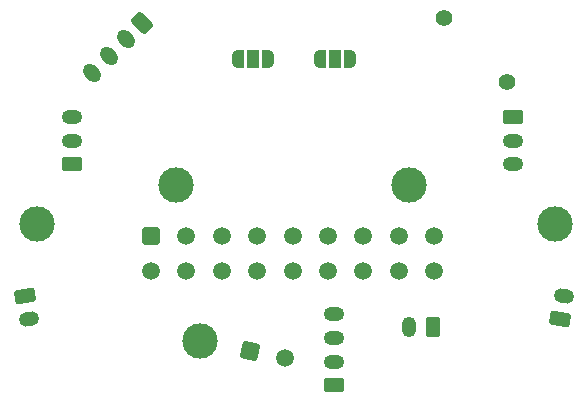
<source format=gts>
%TF.GenerationSoftware,KiCad,Pcbnew,(6.0.1)*%
%TF.CreationDate,2022-01-25T15:54:23+01:00*%
%TF.ProjectId,v0_miniAB_batboard,76305f6d-696e-4694-9142-5f626174626f,rev?*%
%TF.SameCoordinates,Original*%
%TF.FileFunction,Soldermask,Top*%
%TF.FilePolarity,Negative*%
%FSLAX46Y46*%
G04 Gerber Fmt 4.6, Leading zero omitted, Abs format (unit mm)*
G04 Created by KiCad (PCBNEW (6.0.1)) date 2022-01-25 15:54:23*
%MOMM*%
%LPD*%
G01*
G04 APERTURE LIST*
G04 Aperture macros list*
%AMRoundRect*
0 Rectangle with rounded corners*
0 $1 Rounding radius*
0 $2 $3 $4 $5 $6 $7 $8 $9 X,Y pos of 4 corners*
0 Add a 4 corners polygon primitive as box body*
4,1,4,$2,$3,$4,$5,$6,$7,$8,$9,$2,$3,0*
0 Add four circle primitives for the rounded corners*
1,1,$1+$1,$2,$3*
1,1,$1+$1,$4,$5*
1,1,$1+$1,$6,$7*
1,1,$1+$1,$8,$9*
0 Add four rect primitives between the rounded corners*
20,1,$1+$1,$2,$3,$4,$5,0*
20,1,$1+$1,$4,$5,$6,$7,0*
20,1,$1+$1,$6,$7,$8,$9,0*
20,1,$1+$1,$8,$9,$2,$3,0*%
%AMHorizOval*
0 Thick line with rounded ends*
0 $1 width*
0 $2 $3 position (X,Y) of the first rounded end (center of the circle)*
0 $4 $5 position (X,Y) of the second rounded end (center of the circle)*
0 Add line between two ends*
20,1,$1,$2,$3,$4,$5,0*
0 Add two circle primitives to create the rounded ends*
1,1,$1,$2,$3*
1,1,$1,$4,$5*%
%AMFreePoly0*
4,1,22,0.550000,-0.750000,0.000000,-0.750000,0.000000,-0.745033,-0.079941,-0.743568,-0.215256,-0.701293,-0.333266,-0.622738,-0.424486,-0.514219,-0.481581,-0.384460,-0.499164,-0.250000,-0.500000,-0.250000,-0.500000,0.250000,-0.499164,0.250000,-0.499963,0.256109,-0.478152,0.396186,-0.417904,0.524511,-0.324060,0.630769,-0.204165,0.706417,-0.067858,0.745374,0.000000,0.744959,0.000000,0.750000,
0.550000,0.750000,0.550000,-0.750000,0.550000,-0.750000,$1*%
%AMFreePoly1*
4,1,20,0.000000,0.744959,0.073905,0.744508,0.209726,0.703889,0.328688,0.626782,0.421226,0.519385,0.479903,0.390333,0.500000,0.250000,0.500000,-0.250000,0.499851,-0.262216,0.476331,-0.402017,0.414519,-0.529596,0.319384,-0.634700,0.198574,-0.708877,0.061801,-0.746166,0.000000,-0.745033,0.000000,-0.750000,-0.550000,-0.750000,-0.550000,0.750000,0.000000,0.750000,0.000000,0.744959,
0.000000,0.744959,$1*%
G04 Aperture macros list end*
%ADD10C,3.000000*%
%ADD11RoundRect,0.250000X0.395409X-0.586218X0.586218X0.395409X-0.395409X0.586218X-0.586218X-0.395409X0*%
%ADD12C,1.500000*%
%ADD13RoundRect,0.250000X0.625000X-0.350000X0.625000X0.350000X-0.625000X0.350000X-0.625000X-0.350000X0*%
%ADD14O,1.750000X1.200000*%
%ADD15RoundRect,0.249999X0.350001X0.625001X-0.350001X0.625001X-0.350001X-0.625001X0.350001X-0.625001X0*%
%ADD16O,1.200000X1.750000*%
%ADD17RoundRect,0.249999X-0.625001X0.350001X-0.625001X-0.350001X0.625001X-0.350001X0.625001X0.350001X0*%
%ADD18RoundRect,0.249999X0.625001X-0.350001X0.625001X0.350001X-0.625001X0.350001X-0.625001X-0.350001X0*%
%ADD19RoundRect,0.250001X-0.499999X-0.499999X0.499999X-0.499999X0.499999X0.499999X-0.499999X0.499999X0*%
%ADD20FreePoly0,0.000000*%
%ADD21R,1.000000X1.500000*%
%ADD22FreePoly1,0.000000*%
%ADD23RoundRect,0.249999X-0.194454X0.689431X-0.689431X0.194454X0.194454X-0.689431X0.689431X-0.194454X0*%
%ADD24HorizOval,1.200000X-0.194454X0.194454X0.194454X-0.194454X0*%
%ADD25RoundRect,0.249999X-0.676283X0.236153X-0.554729X-0.453214X0.676283X-0.236153X0.554729X0.453214X0*%
%ADD26HorizOval,1.200000X-0.270822X-0.047753X0.270822X0.047753X0*%
%ADD27RoundRect,0.249999X0.554729X-0.453214X0.676283X0.236153X-0.554729X0.453214X-0.676283X-0.236153X0*%
%ADD28HorizOval,1.200000X-0.270822X0.047753X0.270822X-0.047753X0*%
%ADD29C,1.400000*%
%ADD30HorizOval,1.400000X0.000000X0.000000X0.000000X0.000000X0*%
G04 APERTURE END LIST*
D10*
%TO.C,J2*%
X92019371Y-109905705D03*
D11*
X96260000Y-110730000D03*
D12*
X99204882Y-111302427D03*
%TD*%
D13*
%TO.C,J3*%
X103370000Y-113630000D03*
D14*
X103370000Y-111630000D03*
X103370000Y-109630000D03*
X103370000Y-107630000D03*
%TD*%
D15*
%TO.C,J6*%
X111710000Y-108680000D03*
D16*
X109710000Y-108680000D03*
%TD*%
D17*
%TO.C,J7*%
X118500000Y-90925000D03*
D14*
X118500000Y-92925000D03*
X118500000Y-94925000D03*
%TD*%
D18*
%TO.C,J8*%
X81200000Y-94925000D03*
D14*
X81200000Y-92925000D03*
X81200000Y-90925000D03*
%TD*%
D10*
%TO.C,J9*%
X109710000Y-96640000D03*
X90010000Y-96640000D03*
D19*
X87850000Y-100960000D03*
D12*
X90850000Y-100960000D03*
X93850000Y-100960000D03*
X96850000Y-100960000D03*
X99850000Y-100960000D03*
X102850000Y-100960000D03*
X105850000Y-100960000D03*
X108850000Y-100960000D03*
X111850000Y-100960000D03*
X87850000Y-103960000D03*
X90850000Y-103960000D03*
X93850000Y-103960000D03*
X96850000Y-103960000D03*
X99850000Y-103960000D03*
X102850000Y-103960000D03*
X105850000Y-103960000D03*
X108850000Y-103960000D03*
X111850000Y-103960000D03*
%TD*%
D20*
%TO.C,J10*%
X95200000Y-86000000D03*
D21*
X96500000Y-86000000D03*
D22*
X97800000Y-86000000D03*
%TD*%
D20*
%TO.C,J11*%
X102150000Y-86000000D03*
D21*
X103450000Y-86000000D03*
D22*
X104750000Y-86000000D03*
%TD*%
D10*
%TO.C,REF\u002A\u002A*%
X122030000Y-99990000D03*
%TD*%
%TO.C,REF\u002A\u002A*%
X78190000Y-100000000D03*
%TD*%
D23*
%TO.C,J1*%
X87130000Y-82930000D03*
D24*
X85715786Y-84344214D03*
X84301573Y-85758427D03*
X82887359Y-87172641D03*
%TD*%
D25*
%TO.C,J4*%
X77190000Y-106030000D03*
D26*
X77537296Y-107999616D03*
%TD*%
D27*
%TO.C,J5*%
X122450000Y-108000000D03*
D28*
X122797296Y-106030384D03*
%TD*%
D29*
%TO.C,TH1*%
X112655924Y-82530924D03*
D30*
X118044078Y-87919078D03*
%TD*%
M02*

</source>
